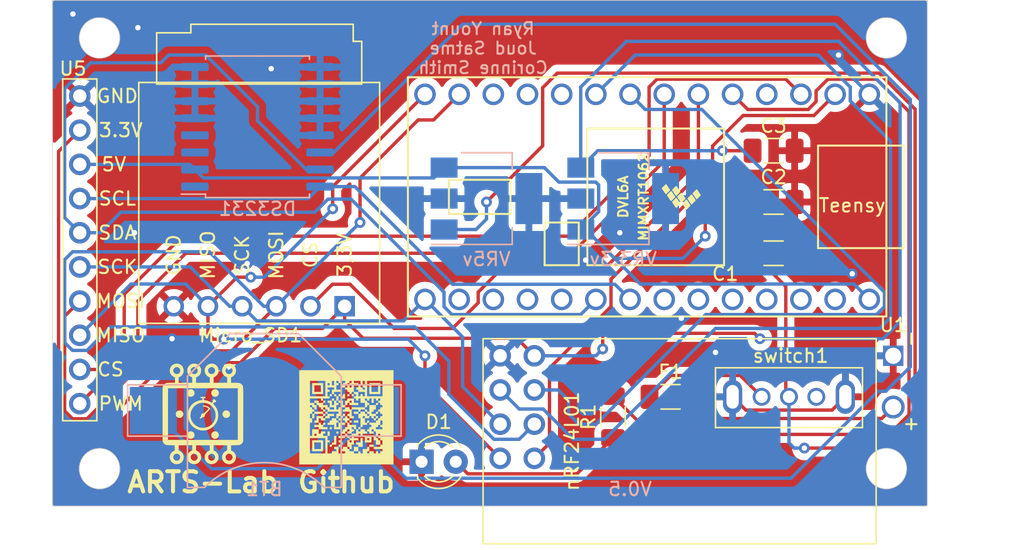
<source format=kicad_pcb>
(kicad_pcb (version 20221018) (generator pcbnew)
  (layers (0 "F.Cu" signal) (1 "In1.Cu" power "GND") (2 "In2.Cu" power "3.3V") (31 "B.Cu" signal) (34 "B.Paste" user) (35 "F.Paste" user) (36 "B.SilkS" user "B.Silkscreen") (37 "F.SilkS" user "F.Silkscreen") (38 "B.Mask" user) (39 "F.Mask" user) (44 "Edge.Cuts" user))
  (net 0 "")
  (net 1 "GND")
  (net 2 "Net-(C1-Pad1)")
  (net 3 "Net-(C2-Pad1)")
  (net 4 "Net-(C3-Pad1)")
  (net 5 "Net-(D1-Pad2)")
  (net 6 "Net-(F1-Pad1)")
  (net 7 "Net-(F1-Pad2)")
  (net 8 "Net-(Micro_SD1-Pad4)")
  (net 9 "Net-(Micro_SD1-Pad3)")
  (net 10 "Net-(Micro_SD1-Pad2)")
  (net 11 "Net-(R1-Pad2)")
  (net 12 "Net-(switch1-Pad3)")
  (net 13 "Net-(U2-Pad25)")
  (net 14 "Net-(U2-Pad26)")
  (net 15 "Net-(U2-Pad9)")
  (net 16 "Net-(U2-Pad8)")
  (net 17 "Net-(U2-Pad7)")
  (net 18 "Net-(U2-Pad3)")
  (net 19 "Net-(U2-Pad2)")
  (net 20 "Net-(BT1-Pad1)")
  (net 21 "Net-(U7-Pad1)")
  (net 22 "Net-(U7-Pad3)")
  (net 23 "Net-(U7-Pad4)")
  (net 24 "Net-(U2-Pad11)")
  (net 25 "Net-(U2-Pad12)")
  (net 26 "Net-(U2-Pad32)")
  (net 27 "Net-(U2-Pad28)")
  (net 28 "Net-(U2-Pad23)")
  (net 29 "Net-(U2-Pad30)")
  (net 30 "Net-(U2-Pad27)")
  (net 31 "Net-(U2-Pad24)")
  (net 32 "Net-(U2-Pad21)")
  (net 33 "Net-(U2-Pad29)")
  (net 34 "Net-(U2-Pad4)")
  (net 35 "Net-(U2-Pad10)")
  (net 36 "Net-(U2-Pad31)")
  (net 37 "Net-(U2-Pad22)")
  (net 38 "Net-(Micro_SD1-Pad5)")
  (footprint "Capacitor_SMD:C_1206_3216Metric_Pad1.33x1.80mm_HandSolder" (layer "F.Cu") (at 171.45 104.14)
    (fp_text reference "C1" (at -3.5945 1.524) (layer "F.SilkS"))
    (fp_text value "C")
    (pad "1" smd roundrect (at -1.5625 0) (size 1.325 1.8) (layers "F.Cu" "F.Paste" "F.Mask") (roundrect_rratio 0.188679) (net 2 "Net-(C1-Pad1)"))
    (pad "2" smd roundrect (at 1.5625 0) (size 1.325 1.8) (layers "F.Cu" "F.Paste" "F.Mask") (roundrect_rratio 0.188679) (net 1 "GND"))
  )
  (footprint "Capacitor_SMD:C_1206_3216Metric_Pad1.33x1.80mm_HandSolder" (layer "F.Cu") (at 171.45 100.33)
    (fp_text reference "C2" (at 0 -1.85) (layer "F.SilkS"))
    (fp_text value "C")
    (pad "1" smd roundrect (at -1.5625 0) (size 1.325 1.8) (layers "F.Cu" "F.Paste" "F.Mask") (roundrect_rratio 0.188679) (net 3 "Net-(C2-Pad1)"))
    (pad "2" smd roundrect (at 1.5625 0) (size 1.325 1.8) (layers "F.Cu" "F.Paste" "F.Mask") (roundrect_rratio 0.188679) (net 1 "GND"))
  )
  (footprint "Capacitor_SMD:C_1206_3216Metric_Pad1.33x1.80mm_HandSolder" (layer "F.Cu") (at 171.45 96.52)
    (fp_text reference "C3" (at 0 -1.85) (layer "F.SilkS"))
    (fp_text value "C")
    (pad "1" smd roundrect (at -1.5625 0) (size 1.325 1.8) (layers "F.Cu" "F.Paste" "F.Mask") (roundrect_rratio 0.188679) (net 4 "Net-(C3-Pad1)"))
    (pad "2" smd roundrect (at 1.5625 0) (size 1.325 1.8) (layers "F.Cu" "F.Paste" "F.Mask") (roundrect_rratio 0.188679) (net 1 "GND"))
  )
  (footprint "LED_THT:LED_D3.0mm" (layer "F.Cu") (at 145.288 119.634)
    (fp_text reference "D1" (at 1.27 -2.96) (layer "F.SilkS"))
    (fp_text value "LED")
    (pad "1" thru_hole rect (at 0 0) (size 1.8 1.8) (drill 0.9) (layers "*.Cu" "*.Mask") (net 1 "GND"))
    (pad "2" thru_hole circle (at 2.54 0) (size 1.8 1.8) (drill 0.9) (layers "*.Cu" "*.Mask") (net 5 "Net-(D1-Pad2)"))
  )
  (footprint "Capacitor_SMD:C_1206_3216Metric_Pad1.33x1.80mm_HandSolder" (layer "F.Cu") (at 163.7915 114.808)
    (fp_text reference "F1" (at 0 -1.85) (layer "F.SilkS"))
    (fp_text value "Fuse")
    (pad "1" smd roundrect (at -1.5625 0) (size 1.325 1.8) (layers "F.Cu" "F.Paste" "F.Mask") (roundrect_rratio 0.188679) (net 6 "Net-(F1-Pad1)"))
    (pad "2" smd roundrect (at 1.5625 0) (size 1.325 1.8) (layers "F.Cu" "F.Paste" "F.Mask") (roundrect_rratio 0.188679) (net 7 "Net-(F1-Pad2)"))
  )
  (footprint "Resistor_SMD:R_1206_3216Metric_Pad1.30x1.75mm_HandSolder" (layer "F.Cu") (at 159.512 116.306 90)
    (fp_text reference "R1" (at 0 -1.82 90) (layer "F.SilkS"))
    (fp_text value "R")
    (pad "1" smd roundrect (at -1.55 0 90) (size 1.3 1.75) (layers "F.Cu" "F.Paste" "F.Mask") (roundrect_rratio 0.192308) (net 5 "Net-(D1-Pad2)"))
    (pad "2" smd roundrect (at 1.55 0 90) (size 1.3 1.75) (layers "F.Cu" "F.Paste" "F.Mask") (roundrect_rratio 0.192308) (net 11 "Net-(R1-Pad2)"))
  )
  (footprint "custom:grounded_switch" (layer "F.Cu") (at 172.593 109.728)
    (fp_text reference "switch1" (at 0.127 2.032) (layer "F.SilkS"))
    (fp_text value "grounded_DIP_switch")
    (pad "1" thru_hole circle (at -2.032 5.08) (size 1.324 1.324) (drill 0.914) (layers "*.Cu" "*.Mask") (net 6 "Net-(F1-Pad1)"))
    (pad "2" thru_hole circle (at 0 5.08) (size 1.324 1.324) (drill 0.914) (layers "*.Cu" "*.Mask") (net 2 "Net-(C1-Pad1)"))
    (pad "3" thru_hole circle (at 2.032 5.08) (size 1.324 1.324) (drill 0.914) (layers "*.Cu" "*.Mask") (net 12 "Net-(switch1-Pad3)"))
    (pad "4" thru_hole oval (at -4.191 5.08 90) (size 2.524 1.424) (drill oval 1.76 0.914) (layers "*.Cu" "*.Mask") (net 1 "GND"))
    (pad "5" thru_hole oval (at 4.191 5.08 90) (size 2.524 1.424) (drill oval 1.76 0.914) (layers "*.Cu" "*.Mask") (net 1 "GND"))
  )
  (footprint "custom:XT60PW" (layer "F.Cu") (at 182.88 114.3 -90)
    (fp_text reference "U1" (at -4.826 2.54 180) (layer "F.SilkS"))
    (fp_text value "power_input")
    (fp_text user "-" (at -3.81 1.27 90) (layer "F.SilkS"))
    (fp_text user "+" (at 2.54 1.27 90) (layer "F.SilkS"))
    (pad "1" thru_hole rect (at -2.54 2.54 270) (size 1.5 1.5) (drill 1.2) (layers "*.Cu" "*.Mask") (net 1 "GND"))
    (pad "2" thru_hole circle (at 1.27 2.54 270) (size 1.7 1.7) (drill 1.2) (layers "*.Cu" "*.Mask") (net 7 "Net-(F1-Pad2)"))
  )
  (footprint "custom:top_rail" (layer "F.Cu") (at 119.888 105.156 90)
    (fp_text reference "U5" (at 14.732 -0.508 180) (layer "F.SilkS"))
    (fp_text value "main_board_top_rail")
    (fp_text user "PWM" (at -10.16 3.048) (layer "F.SilkS"))
    (fp_text user "MISO" (at -5.08 3.048) (layer "F.SilkS"))
    (fp_text user "5V" (at 7.62 2.54) (layer "F.SilkS"))
    (fp_text user "SCK" (at 0 2.794) (layer "F.SilkS"))
    (fp_text user "GND" (at 12.7 2.794) (layer "F.SilkS"))
    (fp_text user "MOSI" (at -2.54 3.048) (layer "F.SilkS"))
    (fp_text user "3.3V" (at 10.16 3.048) (layer "F.SilkS"))
    (fp_text user "CS" (at -7.62 2.286) (layer "F.SilkS"))
    (fp_text user "SDA" (at 2.54 2.794) (layer "F.SilkS"))
    (fp_text user "SCL" (at 5.08 2.794) (layer "F.SilkS"))
    (pad "1" thru_hole circle (at -7.62 0 90) (size 1.6 1.6) (drill 1) (layers "*.Cu" "*.Mask") (net 18 "Net-(U2-Pad3)"))
    (pad "2" thru_hole circle (at -5.08 0 90) (size 1.6 1.6) (drill 1) (layers "*.Cu" "*.Mask") (net 38 "Net-(Micro_SD1-Pad5)"))
    (pad "3" thru_hole circle (at -2.54 0 90) (size 1.6 1.6) (drill 1) (layers "*.Cu" "*.Mask") (net 9 "Net-(Micro_SD1-Pad3)"))
    (pad "4" thru_hole circle (at 0 0 90) (size 1.6 1.6) (drill 1) (layers "*.Cu" "*.Mask") (net 8 "Net-(Micro_SD1-Pad4)"))
    (pad "5" thru_hole circle (at 2.54 0 90) (size 1.6 1.6) (drill 1) (layers "*.Cu" "*.Mask") (net 13 "Net-(U2-Pad25)"))
    (pad "6" thru_hole circle (at 5.08 0 90) (size 1.6 1.6) (drill 1) (layers "*.Cu" "*.Mask") (net 14 "Net-(U2-Pad26)"))
    (pad "7" thru_hole circle (at 7.62 0 90) (size 1.6 1.6) (drill 1) (layers "*.Cu" "*.Mask") (net 3 "Net-(C2-Pad1)"))
    (pad "8" thru_hole circle (at 10.16 0 90) (size 1.6 1.6) (drill 1) (layers "*.Cu" "*.Mask") (net 4 "Net-(C3-Pad1)"))
    (pad "9" thru_hole circle (at 12.7 0 90) (size 1.6 1.6) (drill 1) (layers "*.Cu" "*.Mask") (net 1 "GND"))
    (pad "10" thru_hole circle (at -10.16 0 90) (size 1.6 1.6) (drill 1) (layers "*.Cu" "*.Mask") (net 17 "Net-(U2-Pad7)"))
  )
  (footprint "custom:teensy4.0" (layer "F.Cu") (at 162.052 100.584 180)
    (fp_text reference "Teensy" (at -15.24 0 180) (layer "F.SilkS"))
    (fp_text value "Teensy4.0-teensy")
    (fp_text user "MIMXRT1062" (at 0.254 0.635 90) (layer "F.SilkS") (effects (font (size 0.7 0.7))))
    (fp_text user "DVL6A" (at 1.778 0.635 90) (layer "F.SilkS") (effects (font (size 0.7 0.7))))
    (pad "1" thru_hole circle (at -16.51 8.255 180) (size 1.6 1.6) (drill 1.1) (layers "*.Cu" "*.Mask") (net 1 "GND"))
    (pad "2" thru_hole circle (at -13.97 8.255 180) (size 1.6 1.6) (drill 1.1) (layers "*.Cu" "*.Mask") (net 19 "Net-(U2-Pad2)"))
    (pad "3" thru_hole circle (at -11.43 8.255 180) (size 1.6 1.6) (drill 1.1) (layers "*.Cu" "*.Mask") (net 18 "Net-(U2-Pad3)"))
    (pad "4" thru_hole circle (at -8.89 8.255 180) (size 1.6 1.6) (drill 1.1) (layers "*.Cu" "*.Mask") (net 34 "Net-(U2-Pad4)"))
    (pad "5" thru_hole circle (at -6.35 8.255 180) (size 1.6 1.6) (drill 1.1) (layers "*.Cu" "*.Mask") (net 11 "Net-(R1-Pad2)"))
    (pad "6" thru_hole circle (at -3.81 8.255 180) (size 1.6 1.6) (drill 1.1) (layers "*.Cu" "*.Mask") (net 10 "Net-(Micro_SD1-Pad2)"))
    (pad "7" thru_hole circle (at -1.27 8.255 180) (size 1.6 1.6) (drill 1.1) (layers "*.Cu" "*.Mask") (net 17 "Net-(U2-Pad7)"))
    (pad "8" thru_hole circle (at 1.27 8.255 180) (size 1.6 1.6) (drill 1.1) (layers "*.Cu" "*.Mask") (net 16 "Net-(U2-Pad8)"))
    (pad "9" thru_hole circle (at 3.81 8.255 180) (size 1.6 1.6) (drill 1.1) (layers "*.Cu" "*.Mask") (net 15 "Net-(U2-Pad9)"))
    (pad "10" thru_hole circle (at 6.35 8.255 180) (size 1.6 1.6) (drill 1.1) (layers "*.Cu" "*.Mask") (net 35 "Net-(U2-Pad10)"))
    (pad "11" thru_hole circle (at 8.89 8.255 180) (size 1.6 1.6) (drill 1.1) (layers "*.Cu" "*.Mask") (net 24 "Net-(U2-Pad11)"))
    (pad "12" thru_hole circle (at 11.43 8.255 180) (size 1.6 1.6) (drill 1.1) (layers "*.Cu" "*.Mask") (net 25 "Net-(U2-Pad12)"))
    (pad "13" thru_hole circle (at 13.97 8.255 180) (size 1.6 1.6) (drill 1.1) (layers "*.Cu" "*.Mask") (net 9 "Net-(Micro_SD1-Pad3)"))
    (pad "14" thru_hole circle (at 16.51 8.255 180) (size 1.6 1.6) (drill 1.1) (layers "*.Cu" "*.Mask") (net 38 "Net-(Micro_SD1-Pad5)"))
    (pad "20" thru_hole circle (at 16.51 -6.985 180) (size 1.6 1.6) (drill 1.1) (layers "*.Cu" "*.Mask") (net 8 "Net-(Micro_SD1-Pad4)"))
    (pad "21" thru_hole circle (at 13.97 -6.985 180) (size 1.6 1.6) (drill 1.1) (layers "*.Cu" "*.Mask") (net 32 "Net-(U2-Pad21)"))
    (pad "22" thru_hole circle (at 11.43 -6.985 180) (size 1.6 1.6) (drill 1.1) (layers "*.Cu" "*.Mask") (net 37 "Net-(U2-Pad22)"))
    (pad "23" thru_hole circle (at 8.89 -6.985 180) (size 1.6 1.6) (drill 1.1) (layers "*.Cu" "*.Mask") (net 28 "Net-(U2-Pad23)"))
    (pad "24" thru_hole circle (at 6.35 -6.985 180) (size 1.6 1.6) (drill 1.1) (layers "*.Cu" "*.Mask") (net 31 "Net-(U2-Pad24)"))
    (pad "25" thru_hole circle (at 3.81 -6.985 180) (size 1.6 1.6) (drill 1.1) (layers "*.Cu" "*.Mask") (net 13 "Net-(U2-Pad25)"))
    (pad "26" thru_hole circle (at 1.27 -6.985 180) (size 1.6 1.6) (drill 1.1) (layers "*.Cu" "*.Mask") (net 14 "Net-(U2-Pad26)"))
    (pad "27" thru_hole circle (at -1.27 -6.985 180) (size 1.6 1.6) (drill 1.1) (layers "*.Cu" "*.Mask") (net 30 "Net-(U2-Pad27)"))
    (pad "28" thru_hole circle (at -3.81 -6.985 180) (size 1.6 1.6) (drill 1.1) (layers "*.Cu" "*.Mask") (net 27 "Net-(U2-Pad28)"))
    (pad "29" thru_hole circle (at -6.35 -6.985 180) (size 1.6 1.6) (drill 1.1) (layers "*.Cu" "*.Mask") (net 33 "Net-(U2-Pad29)"))
    (pad "30" thru_hole circle (at -8.89 -6.985 180) (size 1.6 1.6) (drill 1.1) (layers "*.Cu" "*.Mask") (net 29 "Net-(U2-Pad30)"))
    (pad "31" thru_hole circle (at -11.43 -6.985 180) (size 1.6 1.6) (drill 1.1) (layers "*.Cu" "*.Mask") (net 36 "Net-(U2-Pad31)"))
    (pad "32" thru_hole circle (at -13.97 -6.985 180) (size 1.6 1.6) (drill 1.1) (layers "*.Cu" "*.Mask") (net 26 "Net-(U2-Pad32)"))
    (pad "33" thru_hole circle (at -16.51 -6.985 180) (size 1.6 1.6) (drill 1.1) (layers "*.Cu" "*.Mask") (net 3 "Net-(C2-Pad1)"))
  )
  (footprint "graphics:SensorGit" (layer "F.Cu") (at 139.7 116.332)
    (fp_text reference "Github" (at 0 4.826) (layer "F.SilkS") (effects (font (size 1.5 1.5) (thickness 0.3))))
    (fp_text value "LOGO" hide)
  )
  (footprint "graphics:GreyLabLogo" (layer "F.Cu") (at 129.032 116.078)
    (fp_text reference "ARTS-Lab" (at 0 5.08) (layer "F.SilkS") (effects (font (size 1.5 1.5) (thickness 0.3))))
    (fp_text value "LOGO" hide)
  )
  (footprint "custom:small_microSD_v2" (layer "B.Cu") (at 132.588 111.252)
    (fp_text reference "Micro_SD1" (at 0 -1.016) (layer "F.SilkS"))
    (fp_text value "microSD_small")
    (fp_text user "CS" (at 4.445 -6.985 -90) (layer "F.SilkS"))
    (fp_text user "3,3V" (at 6.985 -6.985 -90) (layer "F.SilkS"))
    (fp_text user "MISO" (at -3.175 -6.985 -90) (layer "F.SilkS"))
    (fp_text user "GND" (at -5.715 -6.985 -90) (layer "F.SilkS"))
    (fp_text user "SCK" (at -0.635 -6.985 -90) (layer "F.SilkS"))
    (fp_text user "MOSI" (at 1.905 -6.985 -90) (layer "F.SilkS"))
    (pad "1" thru_hole rect (at 6.985 -3.175) (size 1.524 1.524) (drill 1) (layers "*.Cu" "*.Mask") (net 4 "Net-(C3-Pad1)"))
    (pad "2" thru_hole circle (at 4.445 -3.175) (size 1.524 1.524) (drill 1) (layers "*.Cu" "*.Mask") (net 10 "Net-(Micro_SD1-Pad2)"))
    (pad "3" thru_hole circle (at 1.905 -3.175) (size 1.524 1.524) (drill 1) (layers "*.Cu" "*.Mask") (net 9 "Net-(Micro_SD1-Pad3)"))
    (pad "4" thru_hole circle (at -0.635 -3.175) (size 1.524 1.524) (drill 1) (layers "*.Cu" "*.Mask") (net 8 "Net-(Micro_SD1-Pad4)"))
    (pad "5" thru_hole circle (at -3.175 -3.175) (size 1.524 1.524) (drill 1) (layers "*.Cu" "*.Mask") (net 38 "Net-(Micro_SD1-Pad5)"))
    (pad "6" thru_hole circle (at -5.715 -3.175) (size 1.524 1.524) (drill 1) (layers "*.Cu" "*.Mask") (net 1 "GND"))
  )
  (footprint "Package_TO_SOT_SMD:SOT-223-3_TabPin2" (layer "B.Cu") (at 150.114 100.076)
    (fp_text reference "VR5v" (at 0 4.5) (layer "B.SilkS") (effects (justify mirror)))
    (fp_text value "AP7361C-33E")
    (pad "1" smd rect (at -3.15 2.3) (size 2 1.5) (layers "B.Cu" "B.Paste" "B.Mask") (net 2 "Net-(C1-Pad1)"))
    (pad "2" smd rect (at -3.15 0) (size 2 1.5) (layers "B.Cu" "B.Paste" "B.Mask") (net 1 "GND"))
    (pad "2" smd rect (at 3.15 0) (size 2 3.8) (layers "B.Cu" "B.Paste" "B.Mask") (net 1 "GND"))
    (pad "3" smd rect (at -3.15 -2.3) (size 2 1.5) (layers "B.Cu" "B.Paste" "B.Mask") (net 3 "Net-(C2-Pad1)"))
  )
  (footprint "Package_TO_SOT_SMD:SOT-223-3_TabPin2" (layer "B.Cu") (at 160.274 100.076)
    (fp_text reference "VR3.3v" (at 0 4.5) (layer "B.SilkS") (effects (justify mirror)))
    (fp_text value "AP7361C-33E")
    (pad "1" smd rect (at -3.15 2.3) (size 2 1.5) (layers "B.Cu" "B.Paste" "B.Mask") (net 3 "Net-(C2-Pad1)"))
    (pad "2" smd rect (at -3.15 0) (size 2 1.5) (layers "B.Cu" "B.Paste" "B.Mask") (net 1 "GND"))
    (pad "2" smd rect (at 3.15 0) (size 2 3.8) (layers "B.Cu" "B.Paste" "B.Mask") (net 1 "GND"))
    (pad "3" smd rect (at -3.15 -2.3) (size 2 1.5) (layers "B.Cu" "B.Paste" "B.Mask") (net 4 "Net-(C3-Pad1)"))
  )
  (footprint "custom:battery_holder_10mm" (layer "B.Cu") (at 133.604 115.824)
    (fp_text reference "BT1" (at 0 5.842) (layer "B.SilkS") (effects (justify mirror)))
    (fp_text value "Battery_Cell")
    (pad "1" smd rect (at -8.255 0 90) (size 3.5 3.5) (layers "B.Cu" "B.Mask") (net 20 "Net-(BT1-Pad1)"))
    (pad "1" smd rect (at 8.255 0 90) (size 3.5 3.5) (layers "B.Cu" "B.Mask") (net 20 "Net-(BT1-Pad1)"))
    (pad "2" smd circle (at 0 0 90) (size 8 8) (layers "B.Cu" "B.Mask") (net 1 "GND"))
  )
  (footprint "custom:nRF24L01+" (layer "B.Cu") (at 162.56 118.11 90)
    (fp_text reference "nRF24L01" (at 0 -6.096 270) (layer "F.SilkS"))
    (fp_text value "nRF24L01+")
    (pad "1" thru_hole circle (at 6.35 -8.89 90) (size 1.6 1.6) (drill 1) (layers "*.Cu" "*.Mask") (net 4 "Net-(C3-Pad1)"))
    (pad "2" thru_hole circle (at 3.81 -8.89 90) (size 1.6 1.6) (drill 1) (layers "*.Cu" "*.Mask") (net 16 "Net-(U2-Pad8)"))
    (pad "3" thru_hole circle (at 1.27 -8.89 90) (size 1.6 1.6) (drill 1) (layers "*.Cu" "*.Mask") (net 9 "Net-(Micro_SD1-Pad3)"))
    (pad "4" thru_hole circle (at -1.27 -8.89 90) (size 1.6 1.6) (drill 1) (layers "*.Cu" "*.Mask") (net 19 "Net-(U2-Pad2)"))
    (pad "5" thru_hole circle (at 6.35 -11.43 90) (size 1.6 1.6) (drill 1) (layers "*.Cu" "*.Mask") (net 1 "GND"))
    (pad "6" thru_hole circle (at 3.81 -11.43 90) (size 1.6 1.6) (drill 1) (layers "*.Cu" "*.Mask") (net 15 "Net-(U2-Pad9)"))
    (pad "7" thru_hole circle (at 1.27 -11.43 90) (size 1.6 1.6) (drill 1) (layers "*.Cu" "*.Mask") (net 8 "Net-(Micro_SD1-Pad4)"))
    (pad "8" thru_hole circle (at -1.27 -11.43 90) (size 1.6 1.6) (drill 1) (layers "*.Cu" "*.Mask") (net 38 "Net-(Micro_SD1-Pad5)"))
  )
  (footprint "Package_SO:SOIC-16W_7.5x10.3mm_P1.27mm" (layer "B.Cu") (at 133.096 94.742)
    (fp_text reference "DS3231" (at 0 6.1) (layer "B.SilkS") (effects (justify mirror)))
    (fp_text value "DS3231M")
    (pad "1" smd roundrect (at -4.65 4.445) (size 2.05 0.6) (layers "B.Cu" "B.Paste" "B.Mask") (net 21 "Net-(U7-Pad1)"))
    (pad "2" smd roundrect (at -4.65 3.175) (size 2.05 0.6) (layers "B.Cu" "B.Paste" "B.Mask") (net 3 "Net-(C2-Pad1)"))
    (pad "3" smd roundrect (at -4.65 1.905) (size 2.05 0.6) (layers "B.Cu" "B.Paste" "B.Mask") (net 22 "Net-(U7-Pad3)"))
    (pad "4" smd roundrect (at -4.65 0.635) (size 2.05 0.6) (layers "B.Cu" "B.Paste" "B.Mask") (net 23 "Net-(U7-Pad4)"))
    (pad "5" smd roundrect (at -4.65 -0.635) (size 2.05 0.6) (layers "B.Cu" "B.Paste" "B.Mask") (net 1 "GND"))
    (pad "6" smd roundrect (at -4.65 -1.905) (size 2.05 0.6) (layers "B.Cu" "B.Paste" "B.Mask") (net 1 "GND"))
    (pad "7" smd roundrect (at -4.65 -3.175) (size 2.05 0.6) (layers "B.Cu" "B.Paste" "B.Mask") (net 1 "GND"))
    (pad "8" smd roundrect (at -4.65 -4.445) (size 2.05 0.6) (layers "B.Cu" "B.Paste" "B.Mask") (net 1 "GND"))
    (pad "9" smd roundrect (at 4.65 -4.445) (size 2.05 0.6) (layers "B.Cu" "B.Paste" "B.Mask") (net 1 "GND"))
    (pad "10" smd roundrect (at 4.65 -3.175) (size 2.05 0.6) (layers "B.Cu" "B.Paste" "B.Mask") (net 1 "GND"))
    (pad "11" smd roundrect (at 4.65 -1.905) (size 2.05 0.6) (layers "B.Cu" "B.Paste" "B.Mask") (net 1 "GND"))
    (pad "12" smd roundrect (at 4.65 -0.635) (size 2.05 0.6) (layers "B.Cu" "B.Paste" "B.Mask") (net 1 "GND"))
    (pad "13" smd roundrect (at 4.65 0.635) (size 2.05 0.6) (layers "B.Cu" "B.Paste" "B.Mask") (net 1 "GND"))
    (pad "14" smd roundrect (at 4.65 1.905) (size 2.05 0.6) (layers "B.Cu" "B.Paste" "B.Mask") (net 20 "Net-(BT1-Pad1)"))
    (pad "15" smd roundrect (at 4.65 3.175) (size 2.05 0.6) (layers "B.Cu" "B.Paste" "B.Mask") (net 13 "Net-(U2-Pad25)"))
    (pad "16" smd roundrect (at 4.65 4.445) (size 2.05 0.6) (layers "B.Cu" "B.Paste" "B.Mask") (net 14 "Net-(U2-Pad26)"))
  )
  (gr_line (start 117.856 85.386) (end 117.856 122.936) (stroke (width 0.05)) (layer "Edge.Cuts"))
  (gr_line (start 117.856 85.344) (end 182.856 85.344) (stroke (width 0.05)) (layer "Edge.Cuts"))
  (gr_line (start 117.856 85.386) (end 117.856 85.344) (stroke (width 0.05)) (layer "Edge.Cuts"))
  (gr_line (start 182.88 85.386) (end 182.88 122.936) (stroke (width 0.05)) (layer "Edge.Cuts"))
  (gr_line (start 182.88 85.386) (end 182.88 85.344) (stroke (width 0.05)) (layer "Edge.Cuts"))
  (gr_line (start 182.856 122.936) (end 182.88 122.936) (stroke (width 0.05)) (layer "Edge.Cuts"))
  (gr_line (start 182.856 85.344) (end 182.88 85.344) (stroke (width 0.05)) (layer "Edge.Cuts"))
  (gr_circle (center 179.832 88.134) (end 181.332 88.134) (stroke (width 0.05)) (fill none) (layer "Edge.Cuts"))
  (gr_line (start 117.856 122.936) (end 182.856 122.936) (stroke (width 0.05)) (layer "Edge.Cuts"))
  (gr_circle (center 121.356 88.134) (end 122.856 88.134) (stroke (width 0.05)) (fill none) (layer "Edge.Cuts"))
  (gr_circle (center 121.356 120.146) (end 122.856 120.146) (stroke (width 0.05)) (fill none) (layer "Edge.Cuts"))
  (gr_circle (center 179.832 120.146) (end 181.332 120.146) (stroke (width 0.05)) (fill none) (layer "Edge.Cuts"))
  (gr_text "V0.5" (at 160.782 121.666) (layer "B.SilkS") (effects (font (size 1 1)) (justify mirror)))
  (gr_text "Ryan Yount\nJoud Satme\nCorinne Smith" (at 149.86 88.9) (layer "B.SilkS") (effects (font (size 0.9 0.9)) (justify mirror)))
  (segment (start 171.45 111.252) (end 171.45 109.474) (width 0.25) (layer "F.Cu") (net 1))
  (segment (start 169.389001 115.795001) (end 175.796999 115.795001) (width 0.25) (layer "F.Cu") (net 1))
  (segment (start 171.196 111.506) (end 171.45 111.252) (width 0.25) (layer "F.Cu") (net 1))
  (segment (start 167.132 111.506) (end 171.196 111.506) (width 0.25) (layer "F.Cu") (net 1))
  (segment (start 175.796999 115.795001) (end 176.784 114.808) (width 0.25) (layer "F.Cu") (net 1))
  (segment (start 157.48 104.648) (end 159.512 102.616) (width 0.25) (layer "F.Cu") (net 1))
  (segment (start 171.45 109.474) (end 170.942 108.966) (width 0.25) (layer "F.Cu") (net 1))
  (segment (start 168.402 114.808) (end 169.389001 115.795001) (width 0.25) (layer "F.Cu") (net 1))
  (segment (start 170.942 108.966) (end 164.592 108.966) (width 0.25) (layer "F.Cu") (net 1))
  (segment (start 159.512 102.616) (end 160.02 102.616) (width 0.25) (layer "F.Cu") (net 1))
  (via (at 160.02 102.616) (size 0.8) (drill 0.4) (layers "F.Cu" "B.Cu") (net 1))
  (via (at 167.132 111.506) (size 0.8) (drill 0.4) (layers "F.Cu" "B.Cu") (net 1))
  (via (at 177.292 105.664) (size 0.8) (drill 0.4) (layers "F.Cu" "B.Cu") (net 1))
  (via (at 157.48 104.648) (size 0.8) (drill 0.4) (layers "F.Cu" "B.Cu") (net 1))
  (via (at 124.206 87.376) (size 0.8) (drill 0.4) (layers "F.Cu" "B.Cu") (net 1))
  (via (at 164.592 108.966) (size 0.8) (drill 0.4) (layers "F.Cu" "B.Cu") (net 1))
  (via (at 126.746 110.49) (size 0.8) (drill 0.4) (layers "F.Cu" "B.Cu") (net 1))
  (via (at 176.276 89.408) (size 0.8) (drill 0.4) (layers "F.Cu" "B.Cu") (net 1))
  (via (at 134.112 90.424) (size 0.8) (drill 0.4) (layers "F.Cu" "B.Cu") (net 1))
  (via (at 123.952 102.616) (size 0.8) (drill 0.4) (layers "F.Cu" "B.Cu") (net 1))
  (via (at 119.38 86.36) (size 0.8) (drill 0.4) (layers "F.Cu" "B.Cu") (net 1))
  (via (at 132.334 104.902) (size 0.8) (drill 0.4) (layers "F.Cu" "B.Cu") (net 1))
  (segment (start 167.894 114.3) (end 168.402 114.808) (width 0.25) (layer "B.Cu") (net 1))
  (segment (start 176.276 90.043) (end 176.276 89.408) (width 0.25) (layer "B.Cu") (net 1))
  (segment (start 130.048 102.616) (end 123.952 102.616) (width 0.25) (layer "B.Cu") (net 1))
  (segment (start 153.264 100.076) (end 157.124 100.076) (width 0.25) (layer "B.Cu") (net 1))
  (segment (start 132.334 104.902) (end 130.048 102.616) (width 0.25) (layer "B.Cu") (net 1))
  (segment (start 178.562 92.329) (end 178.562 91.948) (width 0.25) (layer "B.Cu") (net 1))
  (segment (start 178.562 92.329) (end 176.276 90.043) (width 0.25) (layer "B.Cu") (net 1))
  (segment (start 150.114 100.33) (end 150.114 100.33) (width 0.25) (layer "F.Cu") (net 2))
  (segment (start 173.736 118.618) (end 173.736 118.618) (width 0.25) (layer "F.Cu") (net 2))
  (segment (start 181.96501 93.430598) (end 181.965011 116.320401) (width 0.25) (layer "F.Cu") (net 2))
  (segment (start 179.288401 90.753989) (end 181.96501 93.430598) (width 0.25) (layer "F.Cu") (net 2))
  (segment (start 154.287001 91.838999) (end 155.372011 90.753989) (width 0.25) (layer "F.Cu") (net 2))
  (segment (start 154.287001 91.838999) (end 154.287001 96.156999) (width 0.25) (layer "F.Cu") (net 2))
  (segment (start 155.372011 90.753989) (end 179.288401 90.753989) (width 0.25) (layer "F.Cu") (net 2))
  (segment (start 178.36599 118.05201) (end 177.8 118.618) (width 0.25) (layer "F.Cu") (net 2))
  (segment (start 172.593 114.808) (end 172.356999 114.571999) (width 0.25) (layer "F.Cu") (net 2))
  (segment (start 172.356999 114.571999) (end 172.356999 106.609499) (width 0.25) (layer "F.Cu") (net 2))
  (segment (start 154.287001 96.156999) (end 150.114 100.33) (width 0.25) (layer "F.Cu") (net 2))
  (segment (start 177.8 118.618) (end 173.736 118.618) (width 0.25) (layer "F.Cu") (net 2))
  (segment (start 180.233403 118.052009) (end 178.36599 118.05201) (width 0.25) (layer "F.Cu") (net 2))
  (segment (start 172.356999 106.609499) (end 169.8875 104.14) (width 0.25) (layer "F.Cu") (net 2))
  (segment (start 181.965011 116.320401) (end 180.233403 118.052009) (width 0.25) (layer "F.Cu") (net 2))
  (via (at 173.736 118.618) (size 0.8) (drill 0.4) (layers "F.Cu" "B.Cu") (net 2))
  (via (at 150.114 100.33) (size 0.8) (drill 0.4) (layers "F.Cu" "B.Cu") (net 2))
  (segment (start 149.338 102.376) (end 146.964 102.376) (width 0.25) (layer "B.Cu") (net 2))
  (segment (start 172.974 118.618) (end 172.593 118.237) (width 0.25) (layer "B.Cu") (net 2))
  (segment (start 172.593 118.237) (end 172.593 114.808) (width 0.25) (layer "B.Cu") (net 2))
  (segment (start 150.114 101.6) (end 149.338 102.376) (width 0.25) (layer "B.Cu") (net 2))
  (segment (start 150.114 100.33) (end 150.114 101.6) (width 0.25) (layer "B.Cu") (net 2))
  (segment (start 173.736 118.618) (end 172.974 118.618) (width 0.25) (layer "B.Cu") (net 2))
  (segment (start 166.37 102.87) (end 166.37 101.6) (width 0.25) (layer "F.Cu") (net 3))
  (segment (start 167.64 100.33) (end 169.8875 100.33) (width 0.25) (layer "F.Cu") (net 3))
  (segment (start 166.37 101.6) (end 167.64 100.33) (width 0.25) (layer "F.Cu") (net 3))
  (via (at 166.37 102.87) (size 0.8) (drill 0.4) (layers "F.Cu" "B.Cu") (net 3))
  (segment (start 166.37 102.87) (end 166.37 102.87) (width 0.25) (layer "B.Cu") (net 3))
  (segment (start 169.672 106.426) (end 177.419 106.426) (width 0.25) (layer "B.Cu") (net 3))
  (segment (start 155.493001 98.851001) (end 158.234003 98.851001) (width 0.25) (layer "B.Cu") (net 3))
  (segment (start 164.719 104.521) (end 166.37 102.87) (width 0.25) (layer "B.Cu") (net 3))
  (segment (start 154.418 97.776) (end 155.493001 98.851001) (width 0.25) (layer "B.Cu") (net 3))
  (segment (start 128.065 97.536) (end 128.446 97.917) (width 0.25) (layer "B.Cu") (net 3))
  (segment (start 119.888 97.536) (end 128.065 97.536) (width 0.25) (layer "B.Cu") (net 3))
  (segment (start 161.544 106.426) (end 169.672 106.426) (width 0.25) (layer "B.Cu") (net 3))
  (segment (start 129.07101 98.54201) (end 146.19799 98.54201) (width 0.25) (layer "B.Cu") (net 3))
  (segment (start 177.419 106.426) (end 178.562 107.569) (width 0.25) (layer "B.Cu") (net 3))
  (segment (start 159.639 104.521) (end 161.544 106.426) (width 0.25) (layer "B.Cu") (net 3))
  (segment (start 158.234003 98.851001) (end 158.449001 99.065999) (width 0.25) (layer "B.Cu") (net 3))
  (segment (start 157.494 102.376) (end 159.639 104.521) (width 0.25) (layer "B.Cu") (net 3))
  (segment (start 157.124 102.376) (end 157.494 102.376) (width 0.25) (layer "B.Cu") (net 3))
  (segment (start 158.449001 101.050999) (end 157.124 102.376) (width 0.25) (layer "B.Cu") (net 3))
  (segment (start 146.964 97.776) (end 154.418 97.776) (width 0.25) (layer "B.Cu") (net 3))
  (segment (start 128.446 97.917) (end 129.07101 98.54201) (width 0.25) (layer "B.Cu") (net 3))
  (segment (start 158.449001 99.065999) (end 158.449001 101.050999) (width 0.25) (layer "B.Cu") (net 3))
  (segment (start 146.19799 98.54201) (end 146.964 97.776) (width 0.25) (layer "B.Cu") (net 3))
  (segment (start 159.639 104.521) (end 164.719 104.521) (width 0.25) (layer "B.Cu") (net 3))
  (segment (start 167.64 96.52) (end 167.64 96.52) (width 0.25) (layer "F.Cu") (net 4))
  (segment (start 139.573 108.077) (end 139.573 109.089) (width 0.25) (layer "F.Cu") (net 4))
  (segment (start 134.366 109.728) (end 137.922 109.728) (width 0.25) (layer "F.Cu") (net 4))
  (segment (start 137.922 109.728) (end 139.573 108.077) (width 0.25) (layer "F.Cu") (net 4))
  (segment (start 139.573 109.089) (end 140.941999 110.457999) (width 0.25) (layer "F.Cu") (net 4))
  (segment (start 121.614989 116.891011) (end 126.238 112.268) (width 0.25) (layer "F.Cu") (net 4))
  (segment (start 126.238 112.268) (end 131.826 112.268) (width 0.25) (layer "F.Cu") (net 4))
  (segment (start 170.034001 110.090001) (end 158.895999 110.090001) (width 0.25) (layer "F.Cu") (net 4))
  (segment (start 158.895999 110.090001) (end 158.75 110.236) (width 0.25) (layer "F.Cu") (net 4))
  (segment (start 119.161599 116.891011) (end 121.614989 116.891011) (width 0.25) (layer "F.Cu") (net 4))
  (segment (start 169.8875 96.52) (end 167.64 96.52) (width 0.25) (layer "F.Cu") (net 4))
  (segment (start 131.826 112.268) (end 134.366 109.728) (width 0.25) (layer "F.Cu") (net 4))
  (segment (start 158.75 110.236) (end 158.75 111.252) (width 0.25) (layer "F.Cu") (net 4))
  (segment (start 118.31299 116.042402) (end 119.161599 116.891011) (width 0.25) (layer "F.Cu") (net 4))
  (segment (start 152.367999 110.457999) (end 153.67 111.76) (width 0.25) (layer "F.Cu") (net 4))
  (segment (start 118.31299 96.57101) (end 118.31299 116.042402) (width 0.25) (layer "F.Cu") (net 4))
  (segment (start 139.573 108.077) (end 139.573 108.388002) (width 0.25) (layer "F.Cu") (net 4))
  (segment (start 170.434 110.49) (end 170.034001 110.090001) (width 0.25) (layer "F.Cu") (net 4))
  (segment (start 140.941999 110.457999) (end 152.367999 110.457999) (width 0.25) (layer "F.Cu") (net 4))
  (segment (start 119.888 94.996) (end 118.31299 96.57101) (width 0.25) (layer "F.Cu") (net 4))
  (via (at 167.64 96.52) (size 0.8) (drill 0.4) (layers "F.Cu" "B.Cu") (net 4))
  (via (at 170.434 110.49) (size 0.8) (drill 0.4) (layers "F.Cu" "B.Cu") (net 4))
  (via (at 158.75 111.252) (size 0.8) (drill 0.4) (layers "F.Cu" "B.Cu") (net 4))
  (segment (start 170.434 110.49) (end 170.434 110.49) (width 0.25) (layer "B.Cu") (net 4))
  (segment (start 180.848 108.84041) (end 180.848 109.22) (width 0.25) (layer "B.Cu") (net 4))
  (segment (start 153.67 111.76) (end 158.242 111.76) (width 0.25) (layer "B.Cu") (net 4))
  (segment (start 158.242 111.76) (end 158.75 111.252) (width 0.25) (layer "B.Cu") (net 4))
  (segment (start 176.290002 88.392) (end 180.848 92.949998) (width 0.25) (layer "B.Cu") (net 4))
  (segment (start 160.513998 88.392) (end 176.290002 88.392) (width 0.25) (layer "B.Cu") (net 4))
  (segment (start 167.64 96.52) (end 158.38 96.52) (width 0.25) (layer "B.Cu") (net 4))
  (segment (start 157.116999 97.768999) (end 157.116999 91.788999) (width 0.25) (layer "B.Cu") (net 4))
  (segment (start 139.573 107.569) (end 139.573 108.077) (width 0.25) (layer "B.Cu") (net 4))
  (segment (start 179.578 110.49) (end 170.434 110.49) (width 0.25) (layer "B.Cu") (net 4))
  (segment (start 157.124 97.776) (end 157.116999 97.768999) (width 0.25) (layer "B.Cu") (net 4))
  (segment (start 158.38 96.52) (end 157.124 97.776) (width 0.25) (layer "B.Cu") (net 4))
  (segment (start 157.116999 91.788999) (end 160.513998 88.392) (width 0.25) (layer "B.Cu") (net 4))
  (segment (start 180.848 92.949998) (end 180.848 108.84041) (width 0.25) (layer "B.Cu") (net 4))
  (segment (start 180.848 109.22) (end 179.578 110.49) (width 0.25) (layer "B.Cu") (net 4))
  (segment (start 156.834001 120.533999) (end 148.727999 120.533999) (width 0.25) (layer "F.Cu") (net 5))
  (segment (start 159.512 117.856) (end 156.834001 120.533999) (width 0.25) (layer "F.Cu") (net 5))
  (segment (start 148.727999 120.533999) (end 147.828 119.634) (width 0.25) (layer "F.Cu") (net 5))
  (segment (start 163.81601 113.22099) (end 168.97399 113.22099) (width 0.25) (layer "F.Cu") (net 6))
  (segment (start 168.97399 113.22099) (end 170.561 114.808) (width 0.25) (layer "F.Cu") (net 6))
  (segment (start 162.229 114.808) (end 163.81601 113.22099) (width 0.25) (layer "F.Cu") (net 6))
  (segment (start 162.229 114.808) (end 162.229 114.123) (width 0.25) (layer "F.Cu") (net 6))
  (segment (start 180.34 115.57) (end 179.490001 116.419999) (width 0.25) (layer "F.Cu") (net 7))
  (segment (start 166.965999 116.419999) (end 165.354 114.808) (width 0.25) (layer "F.Cu") (net 7))
  (segment (start 179.490001 116.419999) (end 166.965999 116.419999) (width 0.25) (layer "F.Cu") (net 7))
  (segment (start 131.953 108.077) (end 133.040001 109.164001) (width 0.25) (layer "B.Cu") (net 8))
  (segment (start 119.888 105.156) (end 128.100762 105.156) (width 0.25) (layer "B.Cu") (net 8))
  (segment (start 128.100762 105.156) (end 131.021762 108.077) (width 0.25) (layer "B.Cu") (net 8))
  (segment (start 131.021762 108.077) (end 131.953 108.077) (width 0.25) (layer "B.Cu") (net 8))
  (segment (start 145.542 107.569) (end 148.336 110.363) (width 0.25) (layer "B.Cu") (net 8))
  (segment (start 148.336 110.363) (end 148.336 114.046) (width 0.25) (layer "B.Cu") (net 8))
  (segment (start 133.040001 109.164001) (end 143.946999 109.164001) (width 0.25) (layer "B.Cu") (net 8))
  (segment (start 143.946999 109.164001) (end 145.542 107.569) (width 0.25) (layer "B.Cu") (net 8))
  (segment (start 148.336 114.046) (end 151.13 116.84) (width 0.25) (layer "B.Cu") (net 8))
  (segment (start 140.716 101.854) (end 140.716 98.552) (width 0.25) (layer "F.Cu") (net 9))
  (segment (start 120.428001 116.441001) (end 125.476 111.393002) (width 0.25) (layer "F.Cu") (net 9))
  (segment (start 119.347999 116.441001) (end 120.428001 116.441001) (width 0.25) (layer "F.Cu") (net 9))
  (segment (start 140.716 98.552) (end 145.034 94.234) (width 0.25) (layer "F.Cu") (net 9))
  (segment (start 145.034 94.234) (end 146.177 94.234) (width 0.25) (layer "F.Cu") (net 9))
  (segment (start 119.888 107.696) (end 118.762999 108.821001) (width 0.25) (layer "F.Cu") (net 9))
  (segment (start 118.762999 108.821001) (end 118.762999 115.856001) (width 0.25) (layer "F.Cu") (net 9))
  (segment (start 146.177 94.234) (end 148.082 92.329) (width 0.25) (layer "F.Cu") (net 9))
  (segment (start 125.476 111.393002) (end 131.176998 111.393002) (width 0.25) (layer "F.Cu") (net 9))
  (segment (start 118.762999 115.856001) (end 119.347999 116.441001) (width 0.25) (layer "F.Cu") (net 9))
  (segment (start 131.176998 111.393002) (end 134.493 108.077) (width 0.25) (layer "F.Cu") (net 9))
  (via (at 140.716 101.854) (size 0.8) (drill 0.4) (layers "F.Cu" "B.Cu") (net 9))
  (segment (start 140.716 101.854) (end 140.716 101.854) (width 0.25) (layer "B.Cu") (net 9))
  (segment (start 122.174991 109.614011) (end 144.779009 109.614011) (width 0.25) (layer "B.Cu") (net 9))
  (segment (start 144.779009 109.614011) (end 147.32 112.155002) (width 0.25) (layer "B.Cu") (net 9))
  (segment (start 133.561762 108.077) (end 129.515761 104.030999) (width 0.25) (layer "B.Cu") (net 9))
  (segment (start 119.347999 104.030999) (end 118.762999 104.615999) (width 0.25) (layer "B.Cu") (net 9))
  (segment (start 120.428001 111.361001) (end 122.174991 109.614011) (width 0.25) (layer "B.Cu") (net 9))
  (segment (start 147.32 114.620991) (end 150.664009 117.965) (width 0.25) (layer "B.Cu") (net 9))
  (segment (start 150.664009 117.965) (end 152.545 117.965) (width 0.25) (layer "B.Cu") (net 9))
  (segment (start 119.347999 111.361001) (end 120.428001 111.361001) (width 0.25) (layer "B.Cu") (net 9))
  (segment (start 129.515761 104.030999) (end 119.347999 104.030999) (width 0.25) (layer "B.Cu") (net 9))
  (segment (start 136.126001 106.443999) (end 140.716 101.854) (width 0.25) (layer "B.Cu") (net 9))
  (segment (start 134.493 108.077) (end 136.126001 106.443999) (width 0.25) (layer "B.Cu") (net 9))
  (segment (start 147.32 112.155002) (end 147.32 114.620991) (width 0.25) (layer "B.Cu") (net 9))
  (segment (start 134.493 108.077) (end 133.561762 108.077) (width 0.25) (layer "B.Cu") (net 9))
  (segment (start 118.762999 110.776001) (end 119.347999 111.361001) (width 0.25) (layer "B.Cu") (net 9))
  (segment (start 118.762999 104.615999) (end 118.762999 110.776001) (width 0.25) (layer "B.Cu") (net 9))
  (segment (start 152.545 117.965) (end 153.67 116.84) (width 0.25) (layer "B.Cu") (net 9))
  (segment (start 158.496 105.664) (end 165.862 98.298) (width 0.25) (layer "F.Cu") (net 10))
  (segment (start 143.256 109.728) (end 147.588002 109.728) (width 0.25) (layer "F.Cu") (net 10))
  (segment (start 138.666001 106.443999) (end 139.971999 106.443999) (width 0.25) (layer "F.Cu") (net 10))
  (segment (start 165.862 98.298) (end 165.862 92.329) (width 0.25) (layer "F.Cu") (net 10))
  (segment (start 137.033 108.077) (end 138.666001 106.443999) (width 0.25) (layer "F.Cu") (net 10))
  (segment (start 149.496999 107.028999) (end 150.861998 105.664) (width 0.25) (layer "F.Cu") (net 10))
  (segment (start 150.861998 105.664) (end 158.496 105.664) (width 0.25) (layer "F.Cu") (net 10))
  (segment (start 139.971999 106.443999) (end 143.256 109.728) (width 0.25) (layer "F.Cu") (net 10))
  (segment (start 147.588002 109.728) (end 149.496999 107.819003) (width 0.25) (layer "F.Cu") (net 10))
  (segment (start 149.496999 107.819003) (end 149.496999 107.028999) (width 0.25) (layer "F.Cu") (net 10))
  (segment (start 174.607001 92.869001) (end 174.022001 93.454001) (width 0.25) (layer "F.Cu") (net 11))
  (segment (start 174.607001 92.078997) (end 174.607001 92.869001) (width 0.25) (layer "F.Cu") (net 11))
  (segment (start 179.102001 91.203999) (end 175.481999 91.203999) (width 0.25) (layer "F.Cu") (net 11))
  (segment (start 180.047002 117.602) (end 181.515001 116.134001) (width 0.25) (layer "F.Cu") (net 11))
  (segment (start 162.358 117.602) (end 180.047002 117.602) (width 0.25) (layer "F.Cu") (net 11))
  (segment (start 169.527001 93.454001) (end 168.402 92.329) (width 0.25) (layer "F.Cu") (net 11))
  (segment (start 162.358 117.602) (end 159.512 114.756) (width 0.25) (layer "F.Cu") (net 11))
  (segment (start 181.515001 116.134001) (end 181.515001 93.616999) (width 0.25) (layer "F.Cu") (net 11))
  (segment (start 175.481999 91.203999) (end 174.607001 92.078997) (width 0.25) (layer "F.Cu") (net 11))
  (segment (start 174.022001 93.454001) (end 169.527001 93.454001) (width 0.25) (layer "F.Cu") (net 11))
  (segment (start 181.515001 93.616999) (end 179.102001 91.203999) (width 0.25) (layer "F.Cu") (net 11))
  (segment (start 119.888 102.616) (end 118.762999 101.490999) (width 0.25) (layer "B.Cu") (net 13))
  (segment (start 137.356998 101.092) (end 138.335999 100.112999) (width 0.25) (layer "B.Cu") (net 13))
  (segment (start 121.412 102.616) (end 122.936 101.092) (width 0.25) (layer "B.Cu") (net 13))
  (segment (start 140.040999 100.112999) (end 146.956999 107.028999) (width 0.25) (layer "B.Cu") (net 13))
  (segment (start 138.335999 100.112999) (end 140.040999 100.112999) (width 0.25) (layer "B.Cu") (net 13))
  (segment (start 133.096 93.250232) (end 133.096 94.292) (width 0.25) (layer "B.Cu") (net 13))
  (segment (start 119.888 102.616) (end 121.412 102.616) (width 0.25) (layer "B.Cu") (net 13))
  (segment (start 120.695486 89.983512) (end 125.916488 89.983512) (width 0.25) (layer "B.Cu") (net 13))
  (segment (start 147.541999 108.694001) (end 157.116999 108.694001) (width 0.25) (layer "B.Cu") (net 13))
  (segment (start 126.492 89.408) (end 129.253768 89.408) (width 0.25) (layer "B.Cu") (net 13))
  (segment (start 118.762999 101.490999) (end 118.762999 91.915999) (width 0.25) (layer "B.Cu") (net 13))
  (segment (start 133.096 94.292) (end 136.721 97.917) (width 0.25) (layer "B.Cu") (net 13))
  (segment (start 122.936 101.092) (end 137.356998 101.092) (width 0.25) (layer "B.Cu") (net 13))
  (segment (start 146.956999 108.109001) (end 147.541999 108.694001) (width 0.25) (layer "B.Cu") (net 13))
  (segment (start 129.253768 89.408) (end 133.096 93.250232) (width 0.25) (layer "B.Cu") (net 13))
  (segment (start 125.916488 89.983512) (end 126.492 89.408) (width 0.25) (layer "B.Cu") (net 13))
  (segment (start 146.956999 107.028999) (end 146.956999 108.109001) (width 0.25) (layer "B.Cu") (net 13))
  (segment (start 138.172768 97.917) (end 137.746 97.917) (width 0.25) (layer "B.Cu") (net 13))
  (segment (start 157.116999 108.694001) (end 158.242 107.569) (width 0.25) (layer "B.Cu") (net 13))
  (segment (start 118.762999 91.915999) (end 120.695486 89.983512) (width 0.25) (layer "B.Cu") (net 13))
  (segment (start 136.721 97.917) (end 137.746 97.917) (width 0.25) (layer "B.Cu") (net 13))
  (segment (start 147.591999 106.443999) (end 159.656999 106.443999) (width 0.25) (layer "B.Cu") (net 14))
  (segment (start 136.857 100.076) (end 137.746 99.187) (width 0.25) (layer "B.Cu") (net 14))
  (segment (start 159.656999 106.443999) (end 160.782 107.569) (width 0.25) (layer "B.Cu") (net 14))
  (segment (start 140.335 99.187) (end 147.591999 106.443999) (width 0.25) (layer "B.Cu") (net 14))
  (segment (start 119.888 100.076) (end 136.857 100.076) (width 0.25) (layer "B.Cu") (net 14))
  (segment (start 137.746 99.187) (end 140.335 99.187) (width 0.25) (layer "B.Cu") (net 14))
  (segment (start 180.137011 95.809011) (end 177.147001 92.819001) (width 0.25) (layer "B.Cu") (net 15))
  (segment (start 152.545 115.715) (end 154.323 115.715) (width 0.25) (layer "B.Cu") (net 15))
  (segment (start 177.147001 91.788999) (end 174.766002 89.408) (width 0.25) (layer "B.Cu") (net 15))
  (segment (start 180.137011 108.914989) (end 180.137011 95.809011) (width 0.25) (layer "B.Cu") (net 15))
  (segment (start 179.324 109.728) (end 180.137011 108.914989) (width 0.25) (layer "B.Cu") (net 15))
  (segment (start 154.323 115.715) (end 156.573001 117.965001) (width 0.25) (layer "B.Cu") (net 15))
  (segment (start 158.242 92.329) (end 161.163 89.408) (width 0.25) (layer "B.Cu") (net 15))
  (segment (start 167.132 109.728) (end 179.324 109.728) (width 0.25) (layer "B.Cu") (net 15))
  (segment (start 156.573001 117.965001) (end 158.894999 117.965001) (width 0.25) (layer "B.Cu") (net 15))
  (segment (start 158.894999 117.965001) (end 167.132 109.728) (width 0.25) (layer "B.Cu") (net 15))
  (segment (start 161.163 89.408) (end 166.878 89.408) (width 0.25) (layer "B.Cu") (net 15))
  (segment (start 166.878 89.408) (end 167.146002 89.408) (width 0.25) (layer "B.Cu") (net 15))
  (segment (start 151.13 114.3) (end 152.545 115.715) (width 0.25) (layer "B.Cu") (net 15))
  (segment (start 177.147001 92.819001) (end 177.147001 91.788999) (width 0.25) (layer "B.Cu") (net 15))
  (segment (start 174.766002 89.408) (end 166.878 89.408) (width 0.25) (layer "B.Cu") (net 15))
  (segment (start 166.112003 93.454001) (end 161.907001 93.454001) (width 0.25) (layer "B.Cu") (net 16))
  (segment (start 153.67 114.3) (end 155.448 114.3) (width 0.25) (layer "B.Cu") (net 16))
  (segment (start 166.402001 108.694001) (end 179.102001 108.694001) (width 0.25) (layer "B.Cu") (net 16))
  (segment (start 158.256002 116.84) (end 166.402001 108.694001) (width 0.25) (layer "B.Cu") (net 16))
  (segment (start 156.21 116.078) (end 156.972 116.84) (width 0.25) (layer "B.Cu") (net 16))
  (segment (start 156.21 115.062) (end 156.21 116.078) (width 0.25) (layer "B.Cu") (net 16))
  (segment (start 155.448 114.3) (end 156.21 115.062) (width 0.25) (layer "B.Cu") (net 16))
  (segment (start 161.907001 93.454001) (end 160.782 92.329) (width 0.25) (layer "B.Cu") (net 16))
  (segment (start 156.972 116.84) (end 158.256002 116.84) (width 0.25) (layer "B.Cu") (net 16))
  (segment (start 179.687001 107.028999) (end 166.112003 93.454001) (width 0.25) (layer "B.Cu") (net 16))
  (segment (start 179.102001 108.694001) (end 179.687001 108.109001) (width 0.25) (layer "B.Cu") (net 16))
  (segment (start 179.687001 108.109001) (end 179.687001 107.028999) (width 0.25) (layer "B.Cu") (net 16))
  (segment (start 124.206 110.998) (end 124.206 107.696) (width 0.25) (layer "F.Cu") (net 17))
  (segment (start 119.888 115.316) (end 124.206 110.998) (width 0.25) (layer "F.Cu") (net 17))
  (segment (start 163.322 97.282) (end 163.322 92.329) (width 0.25) (layer "F.Cu") (net 17))
  (segment (start 156.464 104.14) (end 163.322 97.282) (width 0.25) (layer "F.Cu") (net 17))
  (segment (start 124.206 107.696) (end 127.762 104.14) (width 0.25) (layer "F.Cu") (net 17))
  (segment (start 127.762 104.14) (end 156.464 104.14) (width 0.25) (layer "F.Cu") (net 17))
  (segment (start 119.888 112.776) (end 121.158 112.776) (width 0.25) (layer "F.Cu") (net 18))
  (segment (start 121.158 112.776) (end 123.19 110.744) (width 0.25) (layer "F.Cu") (net 18))
  (segment (start 123.19 107.188) (end 127.508 102.87) (width 0.25) (layer "F.Cu") (net 18))
  (segment (start 156.21 102.87) (end 162.196999 96.883001) (width 0.25) (layer "F.Cu") (net 18))
  (segment (start 123.19 110.744) (end 123.19 107.188) (width 0.25) (layer "F.Cu") (net 18))
  (segment (start 162.196999 91.788999) (end 162.781999 91.203999) (width 0.25) (layer "F.Cu") (net 18))
  (segment (start 127.508 102.87) (end 156.21 102.87) (width 0.25) (layer "F.Cu") (net 18))
  (segment (start 162.196999 96.883001) (end 162.196999 91.788999) (width 0.25) (layer "F.Cu") (net 18))
  (segment (start 162.781999 91.203999) (end 172.356999 91.203999) (width 0.25) (layer "F.Cu") (net 18))
  (segment (start 172.356999 91.203999) (end 173.482 92.329) (width 0.25) (layer "F.Cu") (net 18))
  (segment (start 154.795001 118.254999) (end 153.67 119.38) (width 0.25) (layer "F.Cu") (net 19))
  (segment (start 159.367001 106.062999) (end 166.914999 98.515001) (width 0.25) (layer "F.Cu") (net 19))
  (segment (start 154.795001 112.681001) (end 154.795001 118.254999) (width 0.25) (layer "F.Cu") (net 19))
  (segment (start 174.446989 93.904011) (end 176.022 92.329) (width 0.25) (layer "F.Cu") (net 19))
  (segment (start 154.795001 112.681001) (end 159.367001 108.109001) (width 0.25) (layer "F.Cu") (net 19))
  (segment (start 166.914999 96.171999) (end 169.182987 93.904011) (width 0.25) (layer "F.Cu") (net 19))
  (segment (start 166.914999 98.515001) (end 166.914999 96.171999) (width 0.25) (layer "F.Cu") (net 19))
  (segment (start 169.182987 93.904011) (end 174.446989 93.904011) (width 0.25) (layer "F.Cu") (net 19))
  (segment (start 159.367001 108.109001) (end 159.367001 106.062999) (width 0.25) (layer "F.Cu") (net 19))
  (segment (start 125.349 115.824) (end 129.674001 120.149001) (width 0.25) (layer "B.Cu") (net 20))
  (segment (start 147.066 88.392) (end 147.026 88.392) (width 0.25) (layer "B.Cu") (net 20))
  (segment (start 144.127999 120.859001) (end 172.749552 120.859001) (width 0.25) (layer "B.Cu") (net 20))
  (segment (start 142.43001 116.39501) (end 141.859 115.824) (width 0.25) (layer "B.Cu") (net 20))
  (segment (start 141.859 118.590002) (end 144.127999 120.859001) (width 0.25) (layer "B.Cu") (net 20))
  (segment (start 176.022 87.122) (end 148.336 87.122) (width 0.25) (layer "B.Cu") (net 20))
  (segment (start 138.771 96.647) (end 137.746 96.647) (width 0.25) (layer "B.Cu") (net 20))
  (segment (start 137.533999 120.149001) (end 141.859 115.824) (width 0.25) (layer "B.Cu") (net 20))
  (segment (start 181.61 112.575002) (end 181.61 108.966) (width 0.25) (layer "B.Cu") (net 20))
  (segment (start 179.213554 114.394999) (end 179.790003 114.394999) (width 0.25) (layer "B.Cu") (net 20))
  (segment (start 181.61 109.22) (end 181.61 108.966) (width 0.25) (layer "B.Cu") (net 20))
  (segment (start 172.749552 120.859001) (end 179.213554 114.394999) (width 0.25) (layer "B.Cu") (net 20))
  (segment (start 181.61 92.71) (end 176.022 87.122) (width 0.25) (layer "B.Cu") (net 20))
  (segment (start 181.61 108.966) (end 181.61 92.71) (width 0.25) (layer "B.Cu") (net 20))
  (segment (start 148.336 87.122) (end 147.066 88.392) (width 0.25) (layer "B.Cu") (net 20))
  (segment (start 129.674001 120.149001) (end 137.533999 120.149001) (width 0.25) (layer "B.Cu") (net 20))
  (segment (start 179.790003 114.394999) (end 181.61 112.575002) (width 0.25) (layer "B.Cu") (net 20))
  (segment (start 147.026 88.392) (end 138.771 96.647) (width 0.25) (layer "B.Cu") (net 20))
  (segment (start 141.859 115.824) (end 141.859 118.590002) (width 0.25) (layer "B.Cu") (net 20))
  (segment (start 132.588 105.918) (end 132.588 105.918) (width 0.25) (layer "F.Cu") (net 38))
  (segment (start 145.542 111.76) (end 145.542 111.76) (width 0.25) (layer "F.Cu") (net 38))
  (segment (start 131.572 105.918) (end 132.588 105.918) (width 0.25) (layer "F.Cu") (net 38))
  (segment (start 130.592999 110.526999) (end 129.830999 110.526999) (width 0.25) (layer "F.Cu") (net 38))
  (segment (start 145.542 111.76) (end 145.542 113.792) (width 0.25) (layer "F.Cu") (net 38))
  (segment (start 129.413 110.109) (end 129.413 108.077) (width 0.25) (layer "F.Cu") (net 38))
  (segment (start 145.542 113.792) (end 151.13 119.38) (width 0.25) (layer "F.Cu") (net 38))
  (segment (start 129.830999 110.526999) (end 129.413 110.109) (width 0.25) (layer "F.Cu") (net 38))
  (segment (start 129.413 108.077) (end 131.572 105.918) (width 0.25) (layer "F.Cu") (net 38))
  (segment (start 138.684 99.187) (end 145.542 92.329) (width 0.25) (layer "F.Cu") (net 38))
  (segment (start 138.684 100.838) (end 138.684 99.187) (width 0.25) (layer "F.Cu") (net 38))
  (via (at 132.588 105.918) (size 0.8) (drill 0.4) (layers "F.Cu" "B.Cu") (net 38))
  (via (at 138.684 100.838) (size 0.8) (drill 0.4) (layers "F.Cu" "B.Cu") (net 38))
  (via (at 130.592999 110.526999) (size 0.8) (drill 0.4) (layers "F.Cu" "B.Cu") (net 38))
  (via (at 145.542 111.76) (size 0.8) (drill 0.4) (layers "F.Cu" "B.Cu") (net 38))
  (segment (start 138.684 100.838) (end 138.684 100.838) (width 0.25) (layer "B.Cu") (net 38))
  (segment (start 130.592999 110.526999) (end 130.592999 110.526999) (width 0.25) (layer "B.Cu") (net 38))
  (segment (start 145.542 111.76) (end 144.308999 110.526999) (width 0.25) (layer "B.Cu") (net 38))
  (segment (start 144.308999 110.526999) (end 130.592999 110.526999) (width 0.25) (layer "B.Cu") (net 38))
  (segment (start 119.888 110.236) (end 123.698 106.426) (width 0.25) (layer "B.Cu") (net 38))
  (segment (start 133.604 105.918) (end 138.684 100.838) (width 0.25) (layer "B.Cu") (net 38))
  (segment (start 127.762 106.426) (end 129.413 108.077) (width 0.25) (layer "B.Cu") (net 38))
  (segment (start 132.588 105.918) (end 133.604 105.918) (width 0.25) (layer "B.Cu") (net 38))
  (segment (start 123.698 106.426) (end 127.762 106.426) (width 0.25) (layer "B.Cu") (net 38))
  (zone (net 1) (net_name "GND") (layer "F.Cu") (connect_pads (clearance 0.508)) (min_thickness 0.254) (fill yes (thermal_gap 0.508) (thermal_bridge_width 0.508))
    (polygon (pts (xy 182.88 122.936) (xy 117.856 122.936) (xy 117.856 85.344) (xy 182.88 85.344)))
  )
  (zone (net 1) (net_name "GND") (layer "B.Cu") (connect_pads (clearance 0.508)) (min_thickness 0.254) (fill yes (thermal_gap 0.508) (thermal_bridge_width 0.508))
    (polygon (pts (xy 182.88 122.936) (xy 117.856 122.936) (xy 117.856 85.344) (xy 182.88 85.344)))
  )
)
</source>
